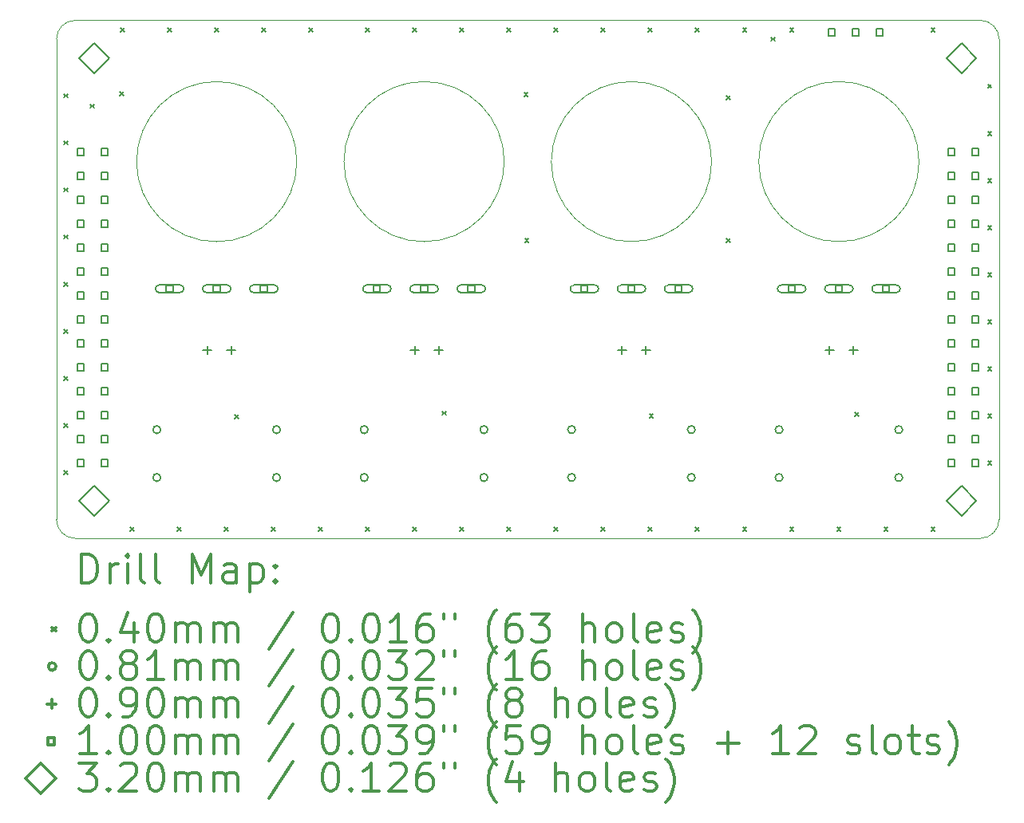
<source format=gbr>
%FSLAX45Y45*%
G04 Gerber Fmt 4.5, Leading zero omitted, Abs format (unit mm)*
G04 Created by KiCad (PCBNEW 4.0.2-stable) date 2017/01/23 23:07:54*
%MOMM*%
G01*
G04 APERTURE LIST*
%ADD10C,0.127000*%
%ADD11C,0.100000*%
%ADD12C,0.200000*%
%ADD13C,0.300000*%
G04 APERTURE END LIST*
D10*
D11*
X17850000Y-6400000D02*
G75*
G03X17850000Y-6400000I-850000J0D01*
G01*
X15650000Y-6400000D02*
G75*
G03X15650000Y-6400000I-850000J0D01*
G01*
X13450000Y-6400000D02*
G75*
G03X13450000Y-6400000I-850000J0D01*
G01*
X11250000Y-6400000D02*
G75*
G03X11250000Y-6400000I-850000J0D01*
G01*
X8700000Y-10200000D02*
G75*
G03X8900000Y-10400000I200000J0D01*
G01*
X18500000Y-10400000D02*
X8900000Y-10400000D01*
X18500000Y-10400000D02*
G75*
G03X18700000Y-10200000I0J200000D01*
G01*
X18700000Y-5100000D02*
G75*
G03X18500000Y-4900000I-200000J0D01*
G01*
X8900000Y-4900000D02*
G75*
G03X8700000Y-5100000I0J-200000D01*
G01*
X18700000Y-5100000D02*
X18700000Y-10200000D01*
X8700000Y-5100000D02*
X8700000Y-10200000D01*
X8900000Y-4900000D02*
X18500000Y-4900000D01*
D12*
X8780000Y-5680000D02*
X8820000Y-5720000D01*
X8820000Y-5680000D02*
X8780000Y-5720000D01*
X8780000Y-6180000D02*
X8820000Y-6220000D01*
X8820000Y-6180000D02*
X8780000Y-6220000D01*
X8780000Y-6680000D02*
X8820000Y-6720000D01*
X8820000Y-6680000D02*
X8780000Y-6720000D01*
X8780000Y-7180000D02*
X8820000Y-7220000D01*
X8820000Y-7180000D02*
X8780000Y-7220000D01*
X8780000Y-7680000D02*
X8820000Y-7720000D01*
X8820000Y-7680000D02*
X8780000Y-7720000D01*
X8780000Y-8180000D02*
X8820000Y-8220000D01*
X8820000Y-8180000D02*
X8780000Y-8220000D01*
X8780000Y-8680000D02*
X8820000Y-8720000D01*
X8820000Y-8680000D02*
X8780000Y-8720000D01*
X8780000Y-9180000D02*
X8820000Y-9220000D01*
X8820000Y-9180000D02*
X8780000Y-9220000D01*
X8780000Y-9680000D02*
X8820000Y-9720000D01*
X8820000Y-9680000D02*
X8780000Y-9720000D01*
X9060000Y-5790000D02*
X9100000Y-5830000D01*
X9100000Y-5790000D02*
X9060000Y-5830000D01*
X9370000Y-5660000D02*
X9410000Y-5700000D01*
X9410000Y-5660000D02*
X9370000Y-5700000D01*
X9380000Y-4980000D02*
X9420000Y-5020000D01*
X9420000Y-4980000D02*
X9380000Y-5020000D01*
X9480000Y-10280000D02*
X9520000Y-10320000D01*
X9520000Y-10280000D02*
X9480000Y-10320000D01*
X9880000Y-4980000D02*
X9920000Y-5020000D01*
X9920000Y-4980000D02*
X9880000Y-5020000D01*
X9980000Y-10280000D02*
X10020000Y-10320000D01*
X10020000Y-10280000D02*
X9980000Y-10320000D01*
X10380000Y-4980000D02*
X10420000Y-5020000D01*
X10420000Y-4980000D02*
X10380000Y-5020000D01*
X10480000Y-10280000D02*
X10520000Y-10320000D01*
X10520000Y-10280000D02*
X10480000Y-10320000D01*
X10590000Y-9090000D02*
X10630000Y-9130000D01*
X10630000Y-9090000D02*
X10590000Y-9130000D01*
X10880000Y-4980000D02*
X10920000Y-5020000D01*
X10920000Y-4980000D02*
X10880000Y-5020000D01*
X10980000Y-10280000D02*
X11020000Y-10320000D01*
X11020000Y-10280000D02*
X10980000Y-10320000D01*
X11380000Y-4980000D02*
X11420000Y-5020000D01*
X11420000Y-4980000D02*
X11380000Y-5020000D01*
X11480000Y-10280000D02*
X11520000Y-10320000D01*
X11520000Y-10280000D02*
X11480000Y-10320000D01*
X11980000Y-4980000D02*
X12020000Y-5020000D01*
X12020000Y-4980000D02*
X11980000Y-5020000D01*
X11980000Y-10280000D02*
X12020000Y-10320000D01*
X12020000Y-10280000D02*
X11980000Y-10320000D01*
X12480000Y-4980000D02*
X12520000Y-5020000D01*
X12520000Y-4980000D02*
X12480000Y-5020000D01*
X12480000Y-10280000D02*
X12520000Y-10320000D01*
X12520000Y-10280000D02*
X12480000Y-10320000D01*
X12790000Y-9050000D02*
X12830000Y-9090000D01*
X12830000Y-9050000D02*
X12790000Y-9090000D01*
X12980000Y-4980000D02*
X13020000Y-5020000D01*
X13020000Y-4980000D02*
X12980000Y-5020000D01*
X12980000Y-10280000D02*
X13020000Y-10320000D01*
X13020000Y-10280000D02*
X12980000Y-10320000D01*
X13480000Y-4980000D02*
X13520000Y-5020000D01*
X13520000Y-4980000D02*
X13480000Y-5020000D01*
X13480000Y-10280000D02*
X13520000Y-10320000D01*
X13520000Y-10280000D02*
X13480000Y-10320000D01*
X13660000Y-5670000D02*
X13700000Y-5710000D01*
X13700000Y-5670000D02*
X13660000Y-5710000D01*
X13670000Y-7220000D02*
X13710000Y-7260000D01*
X13710000Y-7220000D02*
X13670000Y-7260000D01*
X13980000Y-4980000D02*
X14020000Y-5020000D01*
X14020000Y-4980000D02*
X13980000Y-5020000D01*
X13980000Y-10280000D02*
X14020000Y-10320000D01*
X14020000Y-10280000D02*
X13980000Y-10320000D01*
X14480000Y-4980000D02*
X14520000Y-5020000D01*
X14520000Y-4980000D02*
X14480000Y-5020000D01*
X14480000Y-10280000D02*
X14520000Y-10320000D01*
X14520000Y-10280000D02*
X14480000Y-10320000D01*
X14980000Y-4980000D02*
X15020000Y-5020000D01*
X15020000Y-4980000D02*
X14980000Y-5020000D01*
X14980000Y-10280000D02*
X15020000Y-10320000D01*
X15020000Y-10280000D02*
X14980000Y-10320000D01*
X14990000Y-9080000D02*
X15030000Y-9120000D01*
X15030000Y-9080000D02*
X14990000Y-9120000D01*
X15480000Y-4980000D02*
X15520000Y-5020000D01*
X15520000Y-4980000D02*
X15480000Y-5020000D01*
X15480000Y-10280000D02*
X15520000Y-10320000D01*
X15520000Y-10280000D02*
X15480000Y-10320000D01*
X15810000Y-5700000D02*
X15850000Y-5740000D01*
X15850000Y-5700000D02*
X15810000Y-5740000D01*
X15810000Y-7220000D02*
X15850000Y-7260000D01*
X15850000Y-7220000D02*
X15810000Y-7260000D01*
X15980000Y-4980000D02*
X16020000Y-5020000D01*
X16020000Y-4980000D02*
X15980000Y-5020000D01*
X15980000Y-10280000D02*
X16020000Y-10320000D01*
X16020000Y-10280000D02*
X15980000Y-10320000D01*
X16280000Y-5080000D02*
X16320000Y-5120000D01*
X16320000Y-5080000D02*
X16280000Y-5120000D01*
X16480000Y-4980000D02*
X16520000Y-5020000D01*
X16520000Y-4980000D02*
X16480000Y-5020000D01*
X16480000Y-10280000D02*
X16520000Y-10320000D01*
X16520000Y-10280000D02*
X16480000Y-10320000D01*
X16980000Y-10280000D02*
X17020000Y-10320000D01*
X17020000Y-10280000D02*
X16980000Y-10320000D01*
X17170000Y-9060000D02*
X17210000Y-9100000D01*
X17210000Y-9060000D02*
X17170000Y-9100000D01*
X17480000Y-10280000D02*
X17520000Y-10320000D01*
X17520000Y-10280000D02*
X17480000Y-10320000D01*
X17980000Y-4980000D02*
X18020000Y-5020000D01*
X18020000Y-4980000D02*
X17980000Y-5020000D01*
X17980000Y-10280000D02*
X18020000Y-10320000D01*
X18020000Y-10280000D02*
X17980000Y-10320000D01*
X18580000Y-5580000D02*
X18620000Y-5620000D01*
X18620000Y-5580000D02*
X18580000Y-5620000D01*
X18580000Y-6080000D02*
X18620000Y-6120000D01*
X18620000Y-6080000D02*
X18580000Y-6120000D01*
X18580000Y-6580000D02*
X18620000Y-6620000D01*
X18620000Y-6580000D02*
X18580000Y-6620000D01*
X18580000Y-7080000D02*
X18620000Y-7120000D01*
X18620000Y-7080000D02*
X18580000Y-7120000D01*
X18580000Y-7580000D02*
X18620000Y-7620000D01*
X18620000Y-7580000D02*
X18580000Y-7620000D01*
X18580000Y-8080000D02*
X18620000Y-8120000D01*
X18620000Y-8080000D02*
X18580000Y-8120000D01*
X18580000Y-8580000D02*
X18620000Y-8620000D01*
X18620000Y-8580000D02*
X18580000Y-8620000D01*
X18580000Y-9080000D02*
X18620000Y-9120000D01*
X18620000Y-9080000D02*
X18580000Y-9120000D01*
X18580000Y-9580000D02*
X18620000Y-9620000D01*
X18620000Y-9580000D02*
X18580000Y-9620000D01*
X9805640Y-9246000D02*
G75*
G03X9805640Y-9246000I-40640J0D01*
G01*
X9805640Y-9754000D02*
G75*
G03X9805640Y-9754000I-40640J0D01*
G01*
X11075640Y-9246000D02*
G75*
G03X11075640Y-9246000I-40640J0D01*
G01*
X11075640Y-9754000D02*
G75*
G03X11075640Y-9754000I-40640J0D01*
G01*
X12005640Y-9246000D02*
G75*
G03X12005640Y-9246000I-40640J0D01*
G01*
X12005640Y-9754000D02*
G75*
G03X12005640Y-9754000I-40640J0D01*
G01*
X13275640Y-9246000D02*
G75*
G03X13275640Y-9246000I-40640J0D01*
G01*
X13275640Y-9754000D02*
G75*
G03X13275640Y-9754000I-40640J0D01*
G01*
X14205640Y-9246000D02*
G75*
G03X14205640Y-9246000I-40640J0D01*
G01*
X14205640Y-9754000D02*
G75*
G03X14205640Y-9754000I-40640J0D01*
G01*
X15475640Y-9246000D02*
G75*
G03X15475640Y-9246000I-40640J0D01*
G01*
X15475640Y-9754000D02*
G75*
G03X15475640Y-9754000I-40640J0D01*
G01*
X16405640Y-9246000D02*
G75*
G03X16405640Y-9246000I-40640J0D01*
G01*
X16405640Y-9754000D02*
G75*
G03X16405640Y-9754000I-40640J0D01*
G01*
X17675640Y-9246000D02*
G75*
G03X17675640Y-9246000I-40640J0D01*
G01*
X17675640Y-9754000D02*
G75*
G03X17675640Y-9754000I-40640J0D01*
G01*
X10300000Y-8355000D02*
X10300000Y-8445000D01*
X10255000Y-8400000D02*
X10345000Y-8400000D01*
X10554000Y-8355000D02*
X10554000Y-8445000D01*
X10509000Y-8400000D02*
X10599000Y-8400000D01*
X12500000Y-8355000D02*
X12500000Y-8445000D01*
X12455000Y-8400000D02*
X12545000Y-8400000D01*
X12754000Y-8355000D02*
X12754000Y-8445000D01*
X12709000Y-8400000D02*
X12799000Y-8400000D01*
X14700000Y-8355000D02*
X14700000Y-8445000D01*
X14655000Y-8400000D02*
X14745000Y-8400000D01*
X14954000Y-8355000D02*
X14954000Y-8445000D01*
X14909000Y-8400000D02*
X14999000Y-8400000D01*
X16900000Y-8355000D02*
X16900000Y-8445000D01*
X16855000Y-8400000D02*
X16945000Y-8400000D01*
X17154000Y-8355000D02*
X17154000Y-8445000D01*
X17109000Y-8400000D02*
X17199000Y-8400000D01*
X8989356Y-6332356D02*
X8989356Y-6261644D01*
X8918644Y-6261644D01*
X8918644Y-6332356D01*
X8989356Y-6332356D01*
X8989356Y-6586356D02*
X8989356Y-6515644D01*
X8918644Y-6515644D01*
X8918644Y-6586356D01*
X8989356Y-6586356D01*
X8989356Y-6840356D02*
X8989356Y-6769644D01*
X8918644Y-6769644D01*
X8918644Y-6840356D01*
X8989356Y-6840356D01*
X8989356Y-7094356D02*
X8989356Y-7023644D01*
X8918644Y-7023644D01*
X8918644Y-7094356D01*
X8989356Y-7094356D01*
X8989356Y-7348356D02*
X8989356Y-7277644D01*
X8918644Y-7277644D01*
X8918644Y-7348356D01*
X8989356Y-7348356D01*
X8989356Y-7602356D02*
X8989356Y-7531644D01*
X8918644Y-7531644D01*
X8918644Y-7602356D01*
X8989356Y-7602356D01*
X8989356Y-7856356D02*
X8989356Y-7785644D01*
X8918644Y-7785644D01*
X8918644Y-7856356D01*
X8989356Y-7856356D01*
X8989356Y-8110356D02*
X8989356Y-8039644D01*
X8918644Y-8039644D01*
X8918644Y-8110356D01*
X8989356Y-8110356D01*
X8989356Y-8364356D02*
X8989356Y-8293644D01*
X8918644Y-8293644D01*
X8918644Y-8364356D01*
X8989356Y-8364356D01*
X8989356Y-8618356D02*
X8989356Y-8547644D01*
X8918644Y-8547644D01*
X8918644Y-8618356D01*
X8989356Y-8618356D01*
X8989356Y-8872356D02*
X8989356Y-8801644D01*
X8918644Y-8801644D01*
X8918644Y-8872356D01*
X8989356Y-8872356D01*
X8989356Y-9126356D02*
X8989356Y-9055644D01*
X8918644Y-9055644D01*
X8918644Y-9126356D01*
X8989356Y-9126356D01*
X8989356Y-9380356D02*
X8989356Y-9309644D01*
X8918644Y-9309644D01*
X8918644Y-9380356D01*
X8989356Y-9380356D01*
X8989356Y-9634356D02*
X8989356Y-9563644D01*
X8918644Y-9563644D01*
X8918644Y-9634356D01*
X8989356Y-9634356D01*
X9243356Y-6332356D02*
X9243356Y-6261644D01*
X9172644Y-6261644D01*
X9172644Y-6332356D01*
X9243356Y-6332356D01*
X9243356Y-6586356D02*
X9243356Y-6515644D01*
X9172644Y-6515644D01*
X9172644Y-6586356D01*
X9243356Y-6586356D01*
X9243356Y-6840356D02*
X9243356Y-6769644D01*
X9172644Y-6769644D01*
X9172644Y-6840356D01*
X9243356Y-6840356D01*
X9243356Y-7094356D02*
X9243356Y-7023644D01*
X9172644Y-7023644D01*
X9172644Y-7094356D01*
X9243356Y-7094356D01*
X9243356Y-7348356D02*
X9243356Y-7277644D01*
X9172644Y-7277644D01*
X9172644Y-7348356D01*
X9243356Y-7348356D01*
X9243356Y-7602356D02*
X9243356Y-7531644D01*
X9172644Y-7531644D01*
X9172644Y-7602356D01*
X9243356Y-7602356D01*
X9243356Y-7856356D02*
X9243356Y-7785644D01*
X9172644Y-7785644D01*
X9172644Y-7856356D01*
X9243356Y-7856356D01*
X9243356Y-8110356D02*
X9243356Y-8039644D01*
X9172644Y-8039644D01*
X9172644Y-8110356D01*
X9243356Y-8110356D01*
X9243356Y-8364356D02*
X9243356Y-8293644D01*
X9172644Y-8293644D01*
X9172644Y-8364356D01*
X9243356Y-8364356D01*
X9243356Y-8618356D02*
X9243356Y-8547644D01*
X9172644Y-8547644D01*
X9172644Y-8618356D01*
X9243356Y-8618356D01*
X9243356Y-8872356D02*
X9243356Y-8801644D01*
X9172644Y-8801644D01*
X9172644Y-8872356D01*
X9243356Y-8872356D01*
X9243356Y-9126356D02*
X9243356Y-9055644D01*
X9172644Y-9055644D01*
X9172644Y-9126356D01*
X9243356Y-9126356D01*
X9243356Y-9380356D02*
X9243356Y-9309644D01*
X9172644Y-9309644D01*
X9172644Y-9380356D01*
X9243356Y-9380356D01*
X9243356Y-9634356D02*
X9243356Y-9563644D01*
X9172644Y-9563644D01*
X9172644Y-9634356D01*
X9243356Y-9634356D01*
X9935356Y-7785356D02*
X9935356Y-7714644D01*
X9864644Y-7714644D01*
X9864644Y-7785356D01*
X9935356Y-7785356D01*
X9790000Y-7790000D02*
X10010000Y-7790000D01*
X9790000Y-7710000D02*
X10010000Y-7710000D01*
X10010000Y-7790000D02*
G75*
G03X10010000Y-7710000I0J40000D01*
G01*
X9790000Y-7710000D02*
G75*
G03X9790000Y-7790000I0J-40000D01*
G01*
X10435356Y-7785356D02*
X10435356Y-7714644D01*
X10364644Y-7714644D01*
X10364644Y-7785356D01*
X10435356Y-7785356D01*
X10290000Y-7790000D02*
X10510000Y-7790000D01*
X10290000Y-7710000D02*
X10510000Y-7710000D01*
X10510000Y-7790000D02*
G75*
G03X10510000Y-7710000I0J40000D01*
G01*
X10290000Y-7710000D02*
G75*
G03X10290000Y-7790000I0J-40000D01*
G01*
X10935356Y-7785356D02*
X10935356Y-7714644D01*
X10864644Y-7714644D01*
X10864644Y-7785356D01*
X10935356Y-7785356D01*
X10790000Y-7790000D02*
X11010000Y-7790000D01*
X10790000Y-7710000D02*
X11010000Y-7710000D01*
X11010000Y-7790000D02*
G75*
G03X11010000Y-7710000I0J40000D01*
G01*
X10790000Y-7710000D02*
G75*
G03X10790000Y-7790000I0J-40000D01*
G01*
X12135356Y-7785356D02*
X12135356Y-7714644D01*
X12064644Y-7714644D01*
X12064644Y-7785356D01*
X12135356Y-7785356D01*
X11990000Y-7790000D02*
X12210000Y-7790000D01*
X11990000Y-7710000D02*
X12210000Y-7710000D01*
X12210000Y-7790000D02*
G75*
G03X12210000Y-7710000I0J40000D01*
G01*
X11990000Y-7710000D02*
G75*
G03X11990000Y-7790000I0J-40000D01*
G01*
X12635356Y-7785356D02*
X12635356Y-7714644D01*
X12564644Y-7714644D01*
X12564644Y-7785356D01*
X12635356Y-7785356D01*
X12490000Y-7790000D02*
X12710000Y-7790000D01*
X12490000Y-7710000D02*
X12710000Y-7710000D01*
X12710000Y-7790000D02*
G75*
G03X12710000Y-7710000I0J40000D01*
G01*
X12490000Y-7710000D02*
G75*
G03X12490000Y-7790000I0J-40000D01*
G01*
X13135356Y-7785356D02*
X13135356Y-7714644D01*
X13064644Y-7714644D01*
X13064644Y-7785356D01*
X13135356Y-7785356D01*
X12990000Y-7790000D02*
X13210000Y-7790000D01*
X12990000Y-7710000D02*
X13210000Y-7710000D01*
X13210000Y-7790000D02*
G75*
G03X13210000Y-7710000I0J40000D01*
G01*
X12990000Y-7710000D02*
G75*
G03X12990000Y-7790000I0J-40000D01*
G01*
X14335356Y-7785356D02*
X14335356Y-7714644D01*
X14264644Y-7714644D01*
X14264644Y-7785356D01*
X14335356Y-7785356D01*
X14190000Y-7790000D02*
X14410000Y-7790000D01*
X14190000Y-7710000D02*
X14410000Y-7710000D01*
X14410000Y-7790000D02*
G75*
G03X14410000Y-7710000I0J40000D01*
G01*
X14190000Y-7710000D02*
G75*
G03X14190000Y-7790000I0J-40000D01*
G01*
X14835356Y-7785356D02*
X14835356Y-7714644D01*
X14764644Y-7714644D01*
X14764644Y-7785356D01*
X14835356Y-7785356D01*
X14690000Y-7790000D02*
X14910000Y-7790000D01*
X14690000Y-7710000D02*
X14910000Y-7710000D01*
X14910000Y-7790000D02*
G75*
G03X14910000Y-7710000I0J40000D01*
G01*
X14690000Y-7710000D02*
G75*
G03X14690000Y-7790000I0J-40000D01*
G01*
X15335356Y-7785356D02*
X15335356Y-7714644D01*
X15264644Y-7714644D01*
X15264644Y-7785356D01*
X15335356Y-7785356D01*
X15190000Y-7790000D02*
X15410000Y-7790000D01*
X15190000Y-7710000D02*
X15410000Y-7710000D01*
X15410000Y-7790000D02*
G75*
G03X15410000Y-7710000I0J40000D01*
G01*
X15190000Y-7710000D02*
G75*
G03X15190000Y-7790000I0J-40000D01*
G01*
X16535356Y-7785356D02*
X16535356Y-7714644D01*
X16464644Y-7714644D01*
X16464644Y-7785356D01*
X16535356Y-7785356D01*
X16390000Y-7790000D02*
X16610000Y-7790000D01*
X16390000Y-7710000D02*
X16610000Y-7710000D01*
X16610000Y-7790000D02*
G75*
G03X16610000Y-7710000I0J40000D01*
G01*
X16390000Y-7710000D02*
G75*
G03X16390000Y-7790000I0J-40000D01*
G01*
X16957356Y-5062356D02*
X16957356Y-4991644D01*
X16886644Y-4991644D01*
X16886644Y-5062356D01*
X16957356Y-5062356D01*
X17035356Y-7785356D02*
X17035356Y-7714644D01*
X16964644Y-7714644D01*
X16964644Y-7785356D01*
X17035356Y-7785356D01*
X16890000Y-7790000D02*
X17110000Y-7790000D01*
X16890000Y-7710000D02*
X17110000Y-7710000D01*
X17110000Y-7790000D02*
G75*
G03X17110000Y-7710000I0J40000D01*
G01*
X16890000Y-7710000D02*
G75*
G03X16890000Y-7790000I0J-40000D01*
G01*
X17211356Y-5062356D02*
X17211356Y-4991644D01*
X17140644Y-4991644D01*
X17140644Y-5062356D01*
X17211356Y-5062356D01*
X17465356Y-5062356D02*
X17465356Y-4991644D01*
X17394644Y-4991644D01*
X17394644Y-5062356D01*
X17465356Y-5062356D01*
X17535356Y-7785356D02*
X17535356Y-7714644D01*
X17464644Y-7714644D01*
X17464644Y-7785356D01*
X17535356Y-7785356D01*
X17390000Y-7790000D02*
X17610000Y-7790000D01*
X17390000Y-7710000D02*
X17610000Y-7710000D01*
X17610000Y-7790000D02*
G75*
G03X17610000Y-7710000I0J40000D01*
G01*
X17390000Y-7710000D02*
G75*
G03X17390000Y-7790000I0J-40000D01*
G01*
X18227356Y-6332356D02*
X18227356Y-6261644D01*
X18156644Y-6261644D01*
X18156644Y-6332356D01*
X18227356Y-6332356D01*
X18227356Y-6586356D02*
X18227356Y-6515644D01*
X18156644Y-6515644D01*
X18156644Y-6586356D01*
X18227356Y-6586356D01*
X18227356Y-6840356D02*
X18227356Y-6769644D01*
X18156644Y-6769644D01*
X18156644Y-6840356D01*
X18227356Y-6840356D01*
X18227356Y-7094356D02*
X18227356Y-7023644D01*
X18156644Y-7023644D01*
X18156644Y-7094356D01*
X18227356Y-7094356D01*
X18227356Y-7348356D02*
X18227356Y-7277644D01*
X18156644Y-7277644D01*
X18156644Y-7348356D01*
X18227356Y-7348356D01*
X18227356Y-7602356D02*
X18227356Y-7531644D01*
X18156644Y-7531644D01*
X18156644Y-7602356D01*
X18227356Y-7602356D01*
X18227356Y-7856356D02*
X18227356Y-7785644D01*
X18156644Y-7785644D01*
X18156644Y-7856356D01*
X18227356Y-7856356D01*
X18227356Y-8110356D02*
X18227356Y-8039644D01*
X18156644Y-8039644D01*
X18156644Y-8110356D01*
X18227356Y-8110356D01*
X18227356Y-8364356D02*
X18227356Y-8293644D01*
X18156644Y-8293644D01*
X18156644Y-8364356D01*
X18227356Y-8364356D01*
X18227356Y-8618356D02*
X18227356Y-8547644D01*
X18156644Y-8547644D01*
X18156644Y-8618356D01*
X18227356Y-8618356D01*
X18227356Y-8872356D02*
X18227356Y-8801644D01*
X18156644Y-8801644D01*
X18156644Y-8872356D01*
X18227356Y-8872356D01*
X18227356Y-9126356D02*
X18227356Y-9055644D01*
X18156644Y-9055644D01*
X18156644Y-9126356D01*
X18227356Y-9126356D01*
X18227356Y-9380356D02*
X18227356Y-9309644D01*
X18156644Y-9309644D01*
X18156644Y-9380356D01*
X18227356Y-9380356D01*
X18227356Y-9634356D02*
X18227356Y-9563644D01*
X18156644Y-9563644D01*
X18156644Y-9634356D01*
X18227356Y-9634356D01*
X18481356Y-6332356D02*
X18481356Y-6261644D01*
X18410644Y-6261644D01*
X18410644Y-6332356D01*
X18481356Y-6332356D01*
X18481356Y-6586356D02*
X18481356Y-6515644D01*
X18410644Y-6515644D01*
X18410644Y-6586356D01*
X18481356Y-6586356D01*
X18481356Y-6840356D02*
X18481356Y-6769644D01*
X18410644Y-6769644D01*
X18410644Y-6840356D01*
X18481356Y-6840356D01*
X18481356Y-7094356D02*
X18481356Y-7023644D01*
X18410644Y-7023644D01*
X18410644Y-7094356D01*
X18481356Y-7094356D01*
X18481356Y-7348356D02*
X18481356Y-7277644D01*
X18410644Y-7277644D01*
X18410644Y-7348356D01*
X18481356Y-7348356D01*
X18481356Y-7602356D02*
X18481356Y-7531644D01*
X18410644Y-7531644D01*
X18410644Y-7602356D01*
X18481356Y-7602356D01*
X18481356Y-7856356D02*
X18481356Y-7785644D01*
X18410644Y-7785644D01*
X18410644Y-7856356D01*
X18481356Y-7856356D01*
X18481356Y-8110356D02*
X18481356Y-8039644D01*
X18410644Y-8039644D01*
X18410644Y-8110356D01*
X18481356Y-8110356D01*
X18481356Y-8364356D02*
X18481356Y-8293644D01*
X18410644Y-8293644D01*
X18410644Y-8364356D01*
X18481356Y-8364356D01*
X18481356Y-8618356D02*
X18481356Y-8547644D01*
X18410644Y-8547644D01*
X18410644Y-8618356D01*
X18481356Y-8618356D01*
X18481356Y-8872356D02*
X18481356Y-8801644D01*
X18410644Y-8801644D01*
X18410644Y-8872356D01*
X18481356Y-8872356D01*
X18481356Y-9126356D02*
X18481356Y-9055644D01*
X18410644Y-9055644D01*
X18410644Y-9126356D01*
X18481356Y-9126356D01*
X18481356Y-9380356D02*
X18481356Y-9309644D01*
X18410644Y-9309644D01*
X18410644Y-9380356D01*
X18481356Y-9380356D01*
X18481356Y-9634356D02*
X18481356Y-9563644D01*
X18410644Y-9563644D01*
X18410644Y-9634356D01*
X18481356Y-9634356D01*
X9100000Y-5460000D02*
X9260000Y-5300000D01*
X9100000Y-5140000D01*
X8940000Y-5300000D01*
X9100000Y-5460000D01*
X9100000Y-10160000D02*
X9260000Y-10000000D01*
X9100000Y-9840000D01*
X8940000Y-10000000D01*
X9100000Y-10160000D01*
X18300000Y-5460000D02*
X18460000Y-5300000D01*
X18300000Y-5140000D01*
X18140000Y-5300000D01*
X18300000Y-5460000D01*
X18300000Y-10160000D02*
X18460000Y-10000000D01*
X18300000Y-9840000D01*
X18140000Y-10000000D01*
X18300000Y-10160000D01*
D13*
X8966429Y-10870714D02*
X8966429Y-10570714D01*
X9037857Y-10570714D01*
X9080714Y-10585000D01*
X9109286Y-10613572D01*
X9123571Y-10642143D01*
X9137857Y-10699286D01*
X9137857Y-10742143D01*
X9123571Y-10799286D01*
X9109286Y-10827857D01*
X9080714Y-10856429D01*
X9037857Y-10870714D01*
X8966429Y-10870714D01*
X9266429Y-10870714D02*
X9266429Y-10670714D01*
X9266429Y-10727857D02*
X9280714Y-10699286D01*
X9295000Y-10685000D01*
X9323571Y-10670714D01*
X9352143Y-10670714D01*
X9452143Y-10870714D02*
X9452143Y-10670714D01*
X9452143Y-10570714D02*
X9437857Y-10585000D01*
X9452143Y-10599286D01*
X9466429Y-10585000D01*
X9452143Y-10570714D01*
X9452143Y-10599286D01*
X9637857Y-10870714D02*
X9609286Y-10856429D01*
X9595000Y-10827857D01*
X9595000Y-10570714D01*
X9795000Y-10870714D02*
X9766429Y-10856429D01*
X9752143Y-10827857D01*
X9752143Y-10570714D01*
X10137857Y-10870714D02*
X10137857Y-10570714D01*
X10237857Y-10785000D01*
X10337857Y-10570714D01*
X10337857Y-10870714D01*
X10609286Y-10870714D02*
X10609286Y-10713572D01*
X10595000Y-10685000D01*
X10566429Y-10670714D01*
X10509286Y-10670714D01*
X10480714Y-10685000D01*
X10609286Y-10856429D02*
X10580714Y-10870714D01*
X10509286Y-10870714D01*
X10480714Y-10856429D01*
X10466429Y-10827857D01*
X10466429Y-10799286D01*
X10480714Y-10770714D01*
X10509286Y-10756429D01*
X10580714Y-10756429D01*
X10609286Y-10742143D01*
X10752143Y-10670714D02*
X10752143Y-10970714D01*
X10752143Y-10685000D02*
X10780714Y-10670714D01*
X10837857Y-10670714D01*
X10866429Y-10685000D01*
X10880714Y-10699286D01*
X10895000Y-10727857D01*
X10895000Y-10813572D01*
X10880714Y-10842143D01*
X10866429Y-10856429D01*
X10837857Y-10870714D01*
X10780714Y-10870714D01*
X10752143Y-10856429D01*
X11023571Y-10842143D02*
X11037857Y-10856429D01*
X11023571Y-10870714D01*
X11009286Y-10856429D01*
X11023571Y-10842143D01*
X11023571Y-10870714D01*
X11023571Y-10685000D02*
X11037857Y-10699286D01*
X11023571Y-10713572D01*
X11009286Y-10699286D01*
X11023571Y-10685000D01*
X11023571Y-10713572D01*
X8655000Y-11345000D02*
X8695000Y-11385000D01*
X8695000Y-11345000D02*
X8655000Y-11385000D01*
X9023571Y-11200714D02*
X9052143Y-11200714D01*
X9080714Y-11215000D01*
X9095000Y-11229286D01*
X9109286Y-11257857D01*
X9123571Y-11315000D01*
X9123571Y-11386429D01*
X9109286Y-11443571D01*
X9095000Y-11472143D01*
X9080714Y-11486429D01*
X9052143Y-11500714D01*
X9023571Y-11500714D01*
X8995000Y-11486429D01*
X8980714Y-11472143D01*
X8966429Y-11443571D01*
X8952143Y-11386429D01*
X8952143Y-11315000D01*
X8966429Y-11257857D01*
X8980714Y-11229286D01*
X8995000Y-11215000D01*
X9023571Y-11200714D01*
X9252143Y-11472143D02*
X9266429Y-11486429D01*
X9252143Y-11500714D01*
X9237857Y-11486429D01*
X9252143Y-11472143D01*
X9252143Y-11500714D01*
X9523571Y-11300714D02*
X9523571Y-11500714D01*
X9452143Y-11186429D02*
X9380714Y-11400714D01*
X9566428Y-11400714D01*
X9737857Y-11200714D02*
X9766429Y-11200714D01*
X9795000Y-11215000D01*
X9809286Y-11229286D01*
X9823571Y-11257857D01*
X9837857Y-11315000D01*
X9837857Y-11386429D01*
X9823571Y-11443571D01*
X9809286Y-11472143D01*
X9795000Y-11486429D01*
X9766429Y-11500714D01*
X9737857Y-11500714D01*
X9709286Y-11486429D01*
X9695000Y-11472143D01*
X9680714Y-11443571D01*
X9666429Y-11386429D01*
X9666429Y-11315000D01*
X9680714Y-11257857D01*
X9695000Y-11229286D01*
X9709286Y-11215000D01*
X9737857Y-11200714D01*
X9966429Y-11500714D02*
X9966429Y-11300714D01*
X9966429Y-11329286D02*
X9980714Y-11315000D01*
X10009286Y-11300714D01*
X10052143Y-11300714D01*
X10080714Y-11315000D01*
X10095000Y-11343571D01*
X10095000Y-11500714D01*
X10095000Y-11343571D02*
X10109286Y-11315000D01*
X10137857Y-11300714D01*
X10180714Y-11300714D01*
X10209286Y-11315000D01*
X10223571Y-11343571D01*
X10223571Y-11500714D01*
X10366429Y-11500714D02*
X10366429Y-11300714D01*
X10366429Y-11329286D02*
X10380714Y-11315000D01*
X10409286Y-11300714D01*
X10452143Y-11300714D01*
X10480714Y-11315000D01*
X10495000Y-11343571D01*
X10495000Y-11500714D01*
X10495000Y-11343571D02*
X10509286Y-11315000D01*
X10537857Y-11300714D01*
X10580714Y-11300714D01*
X10609286Y-11315000D01*
X10623571Y-11343571D01*
X10623571Y-11500714D01*
X11209286Y-11186429D02*
X10952143Y-11572143D01*
X11595000Y-11200714D02*
X11623571Y-11200714D01*
X11652143Y-11215000D01*
X11666428Y-11229286D01*
X11680714Y-11257857D01*
X11695000Y-11315000D01*
X11695000Y-11386429D01*
X11680714Y-11443571D01*
X11666428Y-11472143D01*
X11652143Y-11486429D01*
X11623571Y-11500714D01*
X11595000Y-11500714D01*
X11566428Y-11486429D01*
X11552143Y-11472143D01*
X11537857Y-11443571D01*
X11523571Y-11386429D01*
X11523571Y-11315000D01*
X11537857Y-11257857D01*
X11552143Y-11229286D01*
X11566428Y-11215000D01*
X11595000Y-11200714D01*
X11823571Y-11472143D02*
X11837857Y-11486429D01*
X11823571Y-11500714D01*
X11809286Y-11486429D01*
X11823571Y-11472143D01*
X11823571Y-11500714D01*
X12023571Y-11200714D02*
X12052143Y-11200714D01*
X12080714Y-11215000D01*
X12095000Y-11229286D01*
X12109285Y-11257857D01*
X12123571Y-11315000D01*
X12123571Y-11386429D01*
X12109285Y-11443571D01*
X12095000Y-11472143D01*
X12080714Y-11486429D01*
X12052143Y-11500714D01*
X12023571Y-11500714D01*
X11995000Y-11486429D01*
X11980714Y-11472143D01*
X11966428Y-11443571D01*
X11952143Y-11386429D01*
X11952143Y-11315000D01*
X11966428Y-11257857D01*
X11980714Y-11229286D01*
X11995000Y-11215000D01*
X12023571Y-11200714D01*
X12409285Y-11500714D02*
X12237857Y-11500714D01*
X12323571Y-11500714D02*
X12323571Y-11200714D01*
X12295000Y-11243571D01*
X12266428Y-11272143D01*
X12237857Y-11286429D01*
X12666428Y-11200714D02*
X12609285Y-11200714D01*
X12580714Y-11215000D01*
X12566428Y-11229286D01*
X12537857Y-11272143D01*
X12523571Y-11329286D01*
X12523571Y-11443571D01*
X12537857Y-11472143D01*
X12552143Y-11486429D01*
X12580714Y-11500714D01*
X12637857Y-11500714D01*
X12666428Y-11486429D01*
X12680714Y-11472143D01*
X12695000Y-11443571D01*
X12695000Y-11372143D01*
X12680714Y-11343571D01*
X12666428Y-11329286D01*
X12637857Y-11315000D01*
X12580714Y-11315000D01*
X12552143Y-11329286D01*
X12537857Y-11343571D01*
X12523571Y-11372143D01*
X12809286Y-11200714D02*
X12809286Y-11257857D01*
X12923571Y-11200714D02*
X12923571Y-11257857D01*
X13366428Y-11615000D02*
X13352143Y-11600714D01*
X13323571Y-11557857D01*
X13309285Y-11529286D01*
X13295000Y-11486429D01*
X13280714Y-11415000D01*
X13280714Y-11357857D01*
X13295000Y-11286429D01*
X13309285Y-11243571D01*
X13323571Y-11215000D01*
X13352143Y-11172143D01*
X13366428Y-11157857D01*
X13609285Y-11200714D02*
X13552143Y-11200714D01*
X13523571Y-11215000D01*
X13509285Y-11229286D01*
X13480714Y-11272143D01*
X13466428Y-11329286D01*
X13466428Y-11443571D01*
X13480714Y-11472143D01*
X13495000Y-11486429D01*
X13523571Y-11500714D01*
X13580714Y-11500714D01*
X13609285Y-11486429D01*
X13623571Y-11472143D01*
X13637857Y-11443571D01*
X13637857Y-11372143D01*
X13623571Y-11343571D01*
X13609285Y-11329286D01*
X13580714Y-11315000D01*
X13523571Y-11315000D01*
X13495000Y-11329286D01*
X13480714Y-11343571D01*
X13466428Y-11372143D01*
X13737857Y-11200714D02*
X13923571Y-11200714D01*
X13823571Y-11315000D01*
X13866428Y-11315000D01*
X13895000Y-11329286D01*
X13909285Y-11343571D01*
X13923571Y-11372143D01*
X13923571Y-11443571D01*
X13909285Y-11472143D01*
X13895000Y-11486429D01*
X13866428Y-11500714D01*
X13780714Y-11500714D01*
X13752143Y-11486429D01*
X13737857Y-11472143D01*
X14280714Y-11500714D02*
X14280714Y-11200714D01*
X14409285Y-11500714D02*
X14409285Y-11343571D01*
X14395000Y-11315000D01*
X14366428Y-11300714D01*
X14323571Y-11300714D01*
X14295000Y-11315000D01*
X14280714Y-11329286D01*
X14595000Y-11500714D02*
X14566428Y-11486429D01*
X14552143Y-11472143D01*
X14537857Y-11443571D01*
X14537857Y-11357857D01*
X14552143Y-11329286D01*
X14566428Y-11315000D01*
X14595000Y-11300714D01*
X14637857Y-11300714D01*
X14666428Y-11315000D01*
X14680714Y-11329286D01*
X14695000Y-11357857D01*
X14695000Y-11443571D01*
X14680714Y-11472143D01*
X14666428Y-11486429D01*
X14637857Y-11500714D01*
X14595000Y-11500714D01*
X14866428Y-11500714D02*
X14837857Y-11486429D01*
X14823571Y-11457857D01*
X14823571Y-11200714D01*
X15095000Y-11486429D02*
X15066428Y-11500714D01*
X15009286Y-11500714D01*
X14980714Y-11486429D01*
X14966428Y-11457857D01*
X14966428Y-11343571D01*
X14980714Y-11315000D01*
X15009286Y-11300714D01*
X15066428Y-11300714D01*
X15095000Y-11315000D01*
X15109286Y-11343571D01*
X15109286Y-11372143D01*
X14966428Y-11400714D01*
X15223571Y-11486429D02*
X15252143Y-11500714D01*
X15309286Y-11500714D01*
X15337857Y-11486429D01*
X15352143Y-11457857D01*
X15352143Y-11443571D01*
X15337857Y-11415000D01*
X15309286Y-11400714D01*
X15266428Y-11400714D01*
X15237857Y-11386429D01*
X15223571Y-11357857D01*
X15223571Y-11343571D01*
X15237857Y-11315000D01*
X15266428Y-11300714D01*
X15309286Y-11300714D01*
X15337857Y-11315000D01*
X15452143Y-11615000D02*
X15466428Y-11600714D01*
X15495000Y-11557857D01*
X15509286Y-11529286D01*
X15523571Y-11486429D01*
X15537857Y-11415000D01*
X15537857Y-11357857D01*
X15523571Y-11286429D01*
X15509286Y-11243571D01*
X15495000Y-11215000D01*
X15466428Y-11172143D01*
X15452143Y-11157857D01*
X8695000Y-11761000D02*
G75*
G03X8695000Y-11761000I-40640J0D01*
G01*
X9023571Y-11596714D02*
X9052143Y-11596714D01*
X9080714Y-11611000D01*
X9095000Y-11625286D01*
X9109286Y-11653857D01*
X9123571Y-11711000D01*
X9123571Y-11782429D01*
X9109286Y-11839571D01*
X9095000Y-11868143D01*
X9080714Y-11882429D01*
X9052143Y-11896714D01*
X9023571Y-11896714D01*
X8995000Y-11882429D01*
X8980714Y-11868143D01*
X8966429Y-11839571D01*
X8952143Y-11782429D01*
X8952143Y-11711000D01*
X8966429Y-11653857D01*
X8980714Y-11625286D01*
X8995000Y-11611000D01*
X9023571Y-11596714D01*
X9252143Y-11868143D02*
X9266429Y-11882429D01*
X9252143Y-11896714D01*
X9237857Y-11882429D01*
X9252143Y-11868143D01*
X9252143Y-11896714D01*
X9437857Y-11725286D02*
X9409286Y-11711000D01*
X9395000Y-11696714D01*
X9380714Y-11668143D01*
X9380714Y-11653857D01*
X9395000Y-11625286D01*
X9409286Y-11611000D01*
X9437857Y-11596714D01*
X9495000Y-11596714D01*
X9523571Y-11611000D01*
X9537857Y-11625286D01*
X9552143Y-11653857D01*
X9552143Y-11668143D01*
X9537857Y-11696714D01*
X9523571Y-11711000D01*
X9495000Y-11725286D01*
X9437857Y-11725286D01*
X9409286Y-11739571D01*
X9395000Y-11753857D01*
X9380714Y-11782429D01*
X9380714Y-11839571D01*
X9395000Y-11868143D01*
X9409286Y-11882429D01*
X9437857Y-11896714D01*
X9495000Y-11896714D01*
X9523571Y-11882429D01*
X9537857Y-11868143D01*
X9552143Y-11839571D01*
X9552143Y-11782429D01*
X9537857Y-11753857D01*
X9523571Y-11739571D01*
X9495000Y-11725286D01*
X9837857Y-11896714D02*
X9666429Y-11896714D01*
X9752143Y-11896714D02*
X9752143Y-11596714D01*
X9723571Y-11639571D01*
X9695000Y-11668143D01*
X9666429Y-11682429D01*
X9966429Y-11896714D02*
X9966429Y-11696714D01*
X9966429Y-11725286D02*
X9980714Y-11711000D01*
X10009286Y-11696714D01*
X10052143Y-11696714D01*
X10080714Y-11711000D01*
X10095000Y-11739571D01*
X10095000Y-11896714D01*
X10095000Y-11739571D02*
X10109286Y-11711000D01*
X10137857Y-11696714D01*
X10180714Y-11696714D01*
X10209286Y-11711000D01*
X10223571Y-11739571D01*
X10223571Y-11896714D01*
X10366429Y-11896714D02*
X10366429Y-11696714D01*
X10366429Y-11725286D02*
X10380714Y-11711000D01*
X10409286Y-11696714D01*
X10452143Y-11696714D01*
X10480714Y-11711000D01*
X10495000Y-11739571D01*
X10495000Y-11896714D01*
X10495000Y-11739571D02*
X10509286Y-11711000D01*
X10537857Y-11696714D01*
X10580714Y-11696714D01*
X10609286Y-11711000D01*
X10623571Y-11739571D01*
X10623571Y-11896714D01*
X11209286Y-11582429D02*
X10952143Y-11968143D01*
X11595000Y-11596714D02*
X11623571Y-11596714D01*
X11652143Y-11611000D01*
X11666428Y-11625286D01*
X11680714Y-11653857D01*
X11695000Y-11711000D01*
X11695000Y-11782429D01*
X11680714Y-11839571D01*
X11666428Y-11868143D01*
X11652143Y-11882429D01*
X11623571Y-11896714D01*
X11595000Y-11896714D01*
X11566428Y-11882429D01*
X11552143Y-11868143D01*
X11537857Y-11839571D01*
X11523571Y-11782429D01*
X11523571Y-11711000D01*
X11537857Y-11653857D01*
X11552143Y-11625286D01*
X11566428Y-11611000D01*
X11595000Y-11596714D01*
X11823571Y-11868143D02*
X11837857Y-11882429D01*
X11823571Y-11896714D01*
X11809286Y-11882429D01*
X11823571Y-11868143D01*
X11823571Y-11896714D01*
X12023571Y-11596714D02*
X12052143Y-11596714D01*
X12080714Y-11611000D01*
X12095000Y-11625286D01*
X12109285Y-11653857D01*
X12123571Y-11711000D01*
X12123571Y-11782429D01*
X12109285Y-11839571D01*
X12095000Y-11868143D01*
X12080714Y-11882429D01*
X12052143Y-11896714D01*
X12023571Y-11896714D01*
X11995000Y-11882429D01*
X11980714Y-11868143D01*
X11966428Y-11839571D01*
X11952143Y-11782429D01*
X11952143Y-11711000D01*
X11966428Y-11653857D01*
X11980714Y-11625286D01*
X11995000Y-11611000D01*
X12023571Y-11596714D01*
X12223571Y-11596714D02*
X12409285Y-11596714D01*
X12309285Y-11711000D01*
X12352143Y-11711000D01*
X12380714Y-11725286D01*
X12395000Y-11739571D01*
X12409285Y-11768143D01*
X12409285Y-11839571D01*
X12395000Y-11868143D01*
X12380714Y-11882429D01*
X12352143Y-11896714D01*
X12266428Y-11896714D01*
X12237857Y-11882429D01*
X12223571Y-11868143D01*
X12523571Y-11625286D02*
X12537857Y-11611000D01*
X12566428Y-11596714D01*
X12637857Y-11596714D01*
X12666428Y-11611000D01*
X12680714Y-11625286D01*
X12695000Y-11653857D01*
X12695000Y-11682429D01*
X12680714Y-11725286D01*
X12509285Y-11896714D01*
X12695000Y-11896714D01*
X12809286Y-11596714D02*
X12809286Y-11653857D01*
X12923571Y-11596714D02*
X12923571Y-11653857D01*
X13366428Y-12011000D02*
X13352143Y-11996714D01*
X13323571Y-11953857D01*
X13309285Y-11925286D01*
X13295000Y-11882429D01*
X13280714Y-11811000D01*
X13280714Y-11753857D01*
X13295000Y-11682429D01*
X13309285Y-11639571D01*
X13323571Y-11611000D01*
X13352143Y-11568143D01*
X13366428Y-11553857D01*
X13637857Y-11896714D02*
X13466428Y-11896714D01*
X13552143Y-11896714D02*
X13552143Y-11596714D01*
X13523571Y-11639571D01*
X13495000Y-11668143D01*
X13466428Y-11682429D01*
X13895000Y-11596714D02*
X13837857Y-11596714D01*
X13809285Y-11611000D01*
X13795000Y-11625286D01*
X13766428Y-11668143D01*
X13752143Y-11725286D01*
X13752143Y-11839571D01*
X13766428Y-11868143D01*
X13780714Y-11882429D01*
X13809285Y-11896714D01*
X13866428Y-11896714D01*
X13895000Y-11882429D01*
X13909285Y-11868143D01*
X13923571Y-11839571D01*
X13923571Y-11768143D01*
X13909285Y-11739571D01*
X13895000Y-11725286D01*
X13866428Y-11711000D01*
X13809285Y-11711000D01*
X13780714Y-11725286D01*
X13766428Y-11739571D01*
X13752143Y-11768143D01*
X14280714Y-11896714D02*
X14280714Y-11596714D01*
X14409285Y-11896714D02*
X14409285Y-11739571D01*
X14395000Y-11711000D01*
X14366428Y-11696714D01*
X14323571Y-11696714D01*
X14295000Y-11711000D01*
X14280714Y-11725286D01*
X14595000Y-11896714D02*
X14566428Y-11882429D01*
X14552143Y-11868143D01*
X14537857Y-11839571D01*
X14537857Y-11753857D01*
X14552143Y-11725286D01*
X14566428Y-11711000D01*
X14595000Y-11696714D01*
X14637857Y-11696714D01*
X14666428Y-11711000D01*
X14680714Y-11725286D01*
X14695000Y-11753857D01*
X14695000Y-11839571D01*
X14680714Y-11868143D01*
X14666428Y-11882429D01*
X14637857Y-11896714D01*
X14595000Y-11896714D01*
X14866428Y-11896714D02*
X14837857Y-11882429D01*
X14823571Y-11853857D01*
X14823571Y-11596714D01*
X15095000Y-11882429D02*
X15066428Y-11896714D01*
X15009286Y-11896714D01*
X14980714Y-11882429D01*
X14966428Y-11853857D01*
X14966428Y-11739571D01*
X14980714Y-11711000D01*
X15009286Y-11696714D01*
X15066428Y-11696714D01*
X15095000Y-11711000D01*
X15109286Y-11739571D01*
X15109286Y-11768143D01*
X14966428Y-11796714D01*
X15223571Y-11882429D02*
X15252143Y-11896714D01*
X15309286Y-11896714D01*
X15337857Y-11882429D01*
X15352143Y-11853857D01*
X15352143Y-11839571D01*
X15337857Y-11811000D01*
X15309286Y-11796714D01*
X15266428Y-11796714D01*
X15237857Y-11782429D01*
X15223571Y-11753857D01*
X15223571Y-11739571D01*
X15237857Y-11711000D01*
X15266428Y-11696714D01*
X15309286Y-11696714D01*
X15337857Y-11711000D01*
X15452143Y-12011000D02*
X15466428Y-11996714D01*
X15495000Y-11953857D01*
X15509286Y-11925286D01*
X15523571Y-11882429D01*
X15537857Y-11811000D01*
X15537857Y-11753857D01*
X15523571Y-11682429D01*
X15509286Y-11639571D01*
X15495000Y-11611000D01*
X15466428Y-11568143D01*
X15452143Y-11553857D01*
X8650000Y-12112000D02*
X8650000Y-12202000D01*
X8605000Y-12157000D02*
X8695000Y-12157000D01*
X9023571Y-11992714D02*
X9052143Y-11992714D01*
X9080714Y-12007000D01*
X9095000Y-12021286D01*
X9109286Y-12049857D01*
X9123571Y-12107000D01*
X9123571Y-12178429D01*
X9109286Y-12235571D01*
X9095000Y-12264143D01*
X9080714Y-12278429D01*
X9052143Y-12292714D01*
X9023571Y-12292714D01*
X8995000Y-12278429D01*
X8980714Y-12264143D01*
X8966429Y-12235571D01*
X8952143Y-12178429D01*
X8952143Y-12107000D01*
X8966429Y-12049857D01*
X8980714Y-12021286D01*
X8995000Y-12007000D01*
X9023571Y-11992714D01*
X9252143Y-12264143D02*
X9266429Y-12278429D01*
X9252143Y-12292714D01*
X9237857Y-12278429D01*
X9252143Y-12264143D01*
X9252143Y-12292714D01*
X9409286Y-12292714D02*
X9466428Y-12292714D01*
X9495000Y-12278429D01*
X9509286Y-12264143D01*
X9537857Y-12221286D01*
X9552143Y-12164143D01*
X9552143Y-12049857D01*
X9537857Y-12021286D01*
X9523571Y-12007000D01*
X9495000Y-11992714D01*
X9437857Y-11992714D01*
X9409286Y-12007000D01*
X9395000Y-12021286D01*
X9380714Y-12049857D01*
X9380714Y-12121286D01*
X9395000Y-12149857D01*
X9409286Y-12164143D01*
X9437857Y-12178429D01*
X9495000Y-12178429D01*
X9523571Y-12164143D01*
X9537857Y-12149857D01*
X9552143Y-12121286D01*
X9737857Y-11992714D02*
X9766429Y-11992714D01*
X9795000Y-12007000D01*
X9809286Y-12021286D01*
X9823571Y-12049857D01*
X9837857Y-12107000D01*
X9837857Y-12178429D01*
X9823571Y-12235571D01*
X9809286Y-12264143D01*
X9795000Y-12278429D01*
X9766429Y-12292714D01*
X9737857Y-12292714D01*
X9709286Y-12278429D01*
X9695000Y-12264143D01*
X9680714Y-12235571D01*
X9666429Y-12178429D01*
X9666429Y-12107000D01*
X9680714Y-12049857D01*
X9695000Y-12021286D01*
X9709286Y-12007000D01*
X9737857Y-11992714D01*
X9966429Y-12292714D02*
X9966429Y-12092714D01*
X9966429Y-12121286D02*
X9980714Y-12107000D01*
X10009286Y-12092714D01*
X10052143Y-12092714D01*
X10080714Y-12107000D01*
X10095000Y-12135571D01*
X10095000Y-12292714D01*
X10095000Y-12135571D02*
X10109286Y-12107000D01*
X10137857Y-12092714D01*
X10180714Y-12092714D01*
X10209286Y-12107000D01*
X10223571Y-12135571D01*
X10223571Y-12292714D01*
X10366429Y-12292714D02*
X10366429Y-12092714D01*
X10366429Y-12121286D02*
X10380714Y-12107000D01*
X10409286Y-12092714D01*
X10452143Y-12092714D01*
X10480714Y-12107000D01*
X10495000Y-12135571D01*
X10495000Y-12292714D01*
X10495000Y-12135571D02*
X10509286Y-12107000D01*
X10537857Y-12092714D01*
X10580714Y-12092714D01*
X10609286Y-12107000D01*
X10623571Y-12135571D01*
X10623571Y-12292714D01*
X11209286Y-11978429D02*
X10952143Y-12364143D01*
X11595000Y-11992714D02*
X11623571Y-11992714D01*
X11652143Y-12007000D01*
X11666428Y-12021286D01*
X11680714Y-12049857D01*
X11695000Y-12107000D01*
X11695000Y-12178429D01*
X11680714Y-12235571D01*
X11666428Y-12264143D01*
X11652143Y-12278429D01*
X11623571Y-12292714D01*
X11595000Y-12292714D01*
X11566428Y-12278429D01*
X11552143Y-12264143D01*
X11537857Y-12235571D01*
X11523571Y-12178429D01*
X11523571Y-12107000D01*
X11537857Y-12049857D01*
X11552143Y-12021286D01*
X11566428Y-12007000D01*
X11595000Y-11992714D01*
X11823571Y-12264143D02*
X11837857Y-12278429D01*
X11823571Y-12292714D01*
X11809286Y-12278429D01*
X11823571Y-12264143D01*
X11823571Y-12292714D01*
X12023571Y-11992714D02*
X12052143Y-11992714D01*
X12080714Y-12007000D01*
X12095000Y-12021286D01*
X12109285Y-12049857D01*
X12123571Y-12107000D01*
X12123571Y-12178429D01*
X12109285Y-12235571D01*
X12095000Y-12264143D01*
X12080714Y-12278429D01*
X12052143Y-12292714D01*
X12023571Y-12292714D01*
X11995000Y-12278429D01*
X11980714Y-12264143D01*
X11966428Y-12235571D01*
X11952143Y-12178429D01*
X11952143Y-12107000D01*
X11966428Y-12049857D01*
X11980714Y-12021286D01*
X11995000Y-12007000D01*
X12023571Y-11992714D01*
X12223571Y-11992714D02*
X12409285Y-11992714D01*
X12309285Y-12107000D01*
X12352143Y-12107000D01*
X12380714Y-12121286D01*
X12395000Y-12135571D01*
X12409285Y-12164143D01*
X12409285Y-12235571D01*
X12395000Y-12264143D01*
X12380714Y-12278429D01*
X12352143Y-12292714D01*
X12266428Y-12292714D01*
X12237857Y-12278429D01*
X12223571Y-12264143D01*
X12680714Y-11992714D02*
X12537857Y-11992714D01*
X12523571Y-12135571D01*
X12537857Y-12121286D01*
X12566428Y-12107000D01*
X12637857Y-12107000D01*
X12666428Y-12121286D01*
X12680714Y-12135571D01*
X12695000Y-12164143D01*
X12695000Y-12235571D01*
X12680714Y-12264143D01*
X12666428Y-12278429D01*
X12637857Y-12292714D01*
X12566428Y-12292714D01*
X12537857Y-12278429D01*
X12523571Y-12264143D01*
X12809286Y-11992714D02*
X12809286Y-12049857D01*
X12923571Y-11992714D02*
X12923571Y-12049857D01*
X13366428Y-12407000D02*
X13352143Y-12392714D01*
X13323571Y-12349857D01*
X13309285Y-12321286D01*
X13295000Y-12278429D01*
X13280714Y-12207000D01*
X13280714Y-12149857D01*
X13295000Y-12078429D01*
X13309285Y-12035571D01*
X13323571Y-12007000D01*
X13352143Y-11964143D01*
X13366428Y-11949857D01*
X13523571Y-12121286D02*
X13495000Y-12107000D01*
X13480714Y-12092714D01*
X13466428Y-12064143D01*
X13466428Y-12049857D01*
X13480714Y-12021286D01*
X13495000Y-12007000D01*
X13523571Y-11992714D01*
X13580714Y-11992714D01*
X13609285Y-12007000D01*
X13623571Y-12021286D01*
X13637857Y-12049857D01*
X13637857Y-12064143D01*
X13623571Y-12092714D01*
X13609285Y-12107000D01*
X13580714Y-12121286D01*
X13523571Y-12121286D01*
X13495000Y-12135571D01*
X13480714Y-12149857D01*
X13466428Y-12178429D01*
X13466428Y-12235571D01*
X13480714Y-12264143D01*
X13495000Y-12278429D01*
X13523571Y-12292714D01*
X13580714Y-12292714D01*
X13609285Y-12278429D01*
X13623571Y-12264143D01*
X13637857Y-12235571D01*
X13637857Y-12178429D01*
X13623571Y-12149857D01*
X13609285Y-12135571D01*
X13580714Y-12121286D01*
X13995000Y-12292714D02*
X13995000Y-11992714D01*
X14123571Y-12292714D02*
X14123571Y-12135571D01*
X14109285Y-12107000D01*
X14080714Y-12092714D01*
X14037857Y-12092714D01*
X14009285Y-12107000D01*
X13995000Y-12121286D01*
X14309285Y-12292714D02*
X14280714Y-12278429D01*
X14266428Y-12264143D01*
X14252143Y-12235571D01*
X14252143Y-12149857D01*
X14266428Y-12121286D01*
X14280714Y-12107000D01*
X14309285Y-12092714D01*
X14352143Y-12092714D01*
X14380714Y-12107000D01*
X14395000Y-12121286D01*
X14409285Y-12149857D01*
X14409285Y-12235571D01*
X14395000Y-12264143D01*
X14380714Y-12278429D01*
X14352143Y-12292714D01*
X14309285Y-12292714D01*
X14580714Y-12292714D02*
X14552143Y-12278429D01*
X14537857Y-12249857D01*
X14537857Y-11992714D01*
X14809286Y-12278429D02*
X14780714Y-12292714D01*
X14723571Y-12292714D01*
X14695000Y-12278429D01*
X14680714Y-12249857D01*
X14680714Y-12135571D01*
X14695000Y-12107000D01*
X14723571Y-12092714D01*
X14780714Y-12092714D01*
X14809286Y-12107000D01*
X14823571Y-12135571D01*
X14823571Y-12164143D01*
X14680714Y-12192714D01*
X14937857Y-12278429D02*
X14966428Y-12292714D01*
X15023571Y-12292714D01*
X15052143Y-12278429D01*
X15066428Y-12249857D01*
X15066428Y-12235571D01*
X15052143Y-12207000D01*
X15023571Y-12192714D01*
X14980714Y-12192714D01*
X14952143Y-12178429D01*
X14937857Y-12149857D01*
X14937857Y-12135571D01*
X14952143Y-12107000D01*
X14980714Y-12092714D01*
X15023571Y-12092714D01*
X15052143Y-12107000D01*
X15166428Y-12407000D02*
X15180714Y-12392714D01*
X15209286Y-12349857D01*
X15223571Y-12321286D01*
X15237857Y-12278429D01*
X15252143Y-12207000D01*
X15252143Y-12149857D01*
X15237857Y-12078429D01*
X15223571Y-12035571D01*
X15209286Y-12007000D01*
X15180714Y-11964143D01*
X15166428Y-11949857D01*
X8680356Y-12588356D02*
X8680356Y-12517644D01*
X8609644Y-12517644D01*
X8609644Y-12588356D01*
X8680356Y-12588356D01*
X9123571Y-12688714D02*
X8952143Y-12688714D01*
X9037857Y-12688714D02*
X9037857Y-12388714D01*
X9009286Y-12431571D01*
X8980714Y-12460143D01*
X8952143Y-12474429D01*
X9252143Y-12660143D02*
X9266429Y-12674429D01*
X9252143Y-12688714D01*
X9237857Y-12674429D01*
X9252143Y-12660143D01*
X9252143Y-12688714D01*
X9452143Y-12388714D02*
X9480714Y-12388714D01*
X9509286Y-12403000D01*
X9523571Y-12417286D01*
X9537857Y-12445857D01*
X9552143Y-12503000D01*
X9552143Y-12574429D01*
X9537857Y-12631571D01*
X9523571Y-12660143D01*
X9509286Y-12674429D01*
X9480714Y-12688714D01*
X9452143Y-12688714D01*
X9423571Y-12674429D01*
X9409286Y-12660143D01*
X9395000Y-12631571D01*
X9380714Y-12574429D01*
X9380714Y-12503000D01*
X9395000Y-12445857D01*
X9409286Y-12417286D01*
X9423571Y-12403000D01*
X9452143Y-12388714D01*
X9737857Y-12388714D02*
X9766429Y-12388714D01*
X9795000Y-12403000D01*
X9809286Y-12417286D01*
X9823571Y-12445857D01*
X9837857Y-12503000D01*
X9837857Y-12574429D01*
X9823571Y-12631571D01*
X9809286Y-12660143D01*
X9795000Y-12674429D01*
X9766429Y-12688714D01*
X9737857Y-12688714D01*
X9709286Y-12674429D01*
X9695000Y-12660143D01*
X9680714Y-12631571D01*
X9666429Y-12574429D01*
X9666429Y-12503000D01*
X9680714Y-12445857D01*
X9695000Y-12417286D01*
X9709286Y-12403000D01*
X9737857Y-12388714D01*
X9966429Y-12688714D02*
X9966429Y-12488714D01*
X9966429Y-12517286D02*
X9980714Y-12503000D01*
X10009286Y-12488714D01*
X10052143Y-12488714D01*
X10080714Y-12503000D01*
X10095000Y-12531571D01*
X10095000Y-12688714D01*
X10095000Y-12531571D02*
X10109286Y-12503000D01*
X10137857Y-12488714D01*
X10180714Y-12488714D01*
X10209286Y-12503000D01*
X10223571Y-12531571D01*
X10223571Y-12688714D01*
X10366429Y-12688714D02*
X10366429Y-12488714D01*
X10366429Y-12517286D02*
X10380714Y-12503000D01*
X10409286Y-12488714D01*
X10452143Y-12488714D01*
X10480714Y-12503000D01*
X10495000Y-12531571D01*
X10495000Y-12688714D01*
X10495000Y-12531571D02*
X10509286Y-12503000D01*
X10537857Y-12488714D01*
X10580714Y-12488714D01*
X10609286Y-12503000D01*
X10623571Y-12531571D01*
X10623571Y-12688714D01*
X11209286Y-12374429D02*
X10952143Y-12760143D01*
X11595000Y-12388714D02*
X11623571Y-12388714D01*
X11652143Y-12403000D01*
X11666428Y-12417286D01*
X11680714Y-12445857D01*
X11695000Y-12503000D01*
X11695000Y-12574429D01*
X11680714Y-12631571D01*
X11666428Y-12660143D01*
X11652143Y-12674429D01*
X11623571Y-12688714D01*
X11595000Y-12688714D01*
X11566428Y-12674429D01*
X11552143Y-12660143D01*
X11537857Y-12631571D01*
X11523571Y-12574429D01*
X11523571Y-12503000D01*
X11537857Y-12445857D01*
X11552143Y-12417286D01*
X11566428Y-12403000D01*
X11595000Y-12388714D01*
X11823571Y-12660143D02*
X11837857Y-12674429D01*
X11823571Y-12688714D01*
X11809286Y-12674429D01*
X11823571Y-12660143D01*
X11823571Y-12688714D01*
X12023571Y-12388714D02*
X12052143Y-12388714D01*
X12080714Y-12403000D01*
X12095000Y-12417286D01*
X12109285Y-12445857D01*
X12123571Y-12503000D01*
X12123571Y-12574429D01*
X12109285Y-12631571D01*
X12095000Y-12660143D01*
X12080714Y-12674429D01*
X12052143Y-12688714D01*
X12023571Y-12688714D01*
X11995000Y-12674429D01*
X11980714Y-12660143D01*
X11966428Y-12631571D01*
X11952143Y-12574429D01*
X11952143Y-12503000D01*
X11966428Y-12445857D01*
X11980714Y-12417286D01*
X11995000Y-12403000D01*
X12023571Y-12388714D01*
X12223571Y-12388714D02*
X12409285Y-12388714D01*
X12309285Y-12503000D01*
X12352143Y-12503000D01*
X12380714Y-12517286D01*
X12395000Y-12531571D01*
X12409285Y-12560143D01*
X12409285Y-12631571D01*
X12395000Y-12660143D01*
X12380714Y-12674429D01*
X12352143Y-12688714D01*
X12266428Y-12688714D01*
X12237857Y-12674429D01*
X12223571Y-12660143D01*
X12552143Y-12688714D02*
X12609285Y-12688714D01*
X12637857Y-12674429D01*
X12652143Y-12660143D01*
X12680714Y-12617286D01*
X12695000Y-12560143D01*
X12695000Y-12445857D01*
X12680714Y-12417286D01*
X12666428Y-12403000D01*
X12637857Y-12388714D01*
X12580714Y-12388714D01*
X12552143Y-12403000D01*
X12537857Y-12417286D01*
X12523571Y-12445857D01*
X12523571Y-12517286D01*
X12537857Y-12545857D01*
X12552143Y-12560143D01*
X12580714Y-12574429D01*
X12637857Y-12574429D01*
X12666428Y-12560143D01*
X12680714Y-12545857D01*
X12695000Y-12517286D01*
X12809286Y-12388714D02*
X12809286Y-12445857D01*
X12923571Y-12388714D02*
X12923571Y-12445857D01*
X13366428Y-12803000D02*
X13352143Y-12788714D01*
X13323571Y-12745857D01*
X13309285Y-12717286D01*
X13295000Y-12674429D01*
X13280714Y-12603000D01*
X13280714Y-12545857D01*
X13295000Y-12474429D01*
X13309285Y-12431571D01*
X13323571Y-12403000D01*
X13352143Y-12360143D01*
X13366428Y-12345857D01*
X13623571Y-12388714D02*
X13480714Y-12388714D01*
X13466428Y-12531571D01*
X13480714Y-12517286D01*
X13509285Y-12503000D01*
X13580714Y-12503000D01*
X13609285Y-12517286D01*
X13623571Y-12531571D01*
X13637857Y-12560143D01*
X13637857Y-12631571D01*
X13623571Y-12660143D01*
X13609285Y-12674429D01*
X13580714Y-12688714D01*
X13509285Y-12688714D01*
X13480714Y-12674429D01*
X13466428Y-12660143D01*
X13780714Y-12688714D02*
X13837857Y-12688714D01*
X13866428Y-12674429D01*
X13880714Y-12660143D01*
X13909285Y-12617286D01*
X13923571Y-12560143D01*
X13923571Y-12445857D01*
X13909285Y-12417286D01*
X13895000Y-12403000D01*
X13866428Y-12388714D01*
X13809285Y-12388714D01*
X13780714Y-12403000D01*
X13766428Y-12417286D01*
X13752143Y-12445857D01*
X13752143Y-12517286D01*
X13766428Y-12545857D01*
X13780714Y-12560143D01*
X13809285Y-12574429D01*
X13866428Y-12574429D01*
X13895000Y-12560143D01*
X13909285Y-12545857D01*
X13923571Y-12517286D01*
X14280714Y-12688714D02*
X14280714Y-12388714D01*
X14409285Y-12688714D02*
X14409285Y-12531571D01*
X14395000Y-12503000D01*
X14366428Y-12488714D01*
X14323571Y-12488714D01*
X14295000Y-12503000D01*
X14280714Y-12517286D01*
X14595000Y-12688714D02*
X14566428Y-12674429D01*
X14552143Y-12660143D01*
X14537857Y-12631571D01*
X14537857Y-12545857D01*
X14552143Y-12517286D01*
X14566428Y-12503000D01*
X14595000Y-12488714D01*
X14637857Y-12488714D01*
X14666428Y-12503000D01*
X14680714Y-12517286D01*
X14695000Y-12545857D01*
X14695000Y-12631571D01*
X14680714Y-12660143D01*
X14666428Y-12674429D01*
X14637857Y-12688714D01*
X14595000Y-12688714D01*
X14866428Y-12688714D02*
X14837857Y-12674429D01*
X14823571Y-12645857D01*
X14823571Y-12388714D01*
X15095000Y-12674429D02*
X15066428Y-12688714D01*
X15009286Y-12688714D01*
X14980714Y-12674429D01*
X14966428Y-12645857D01*
X14966428Y-12531571D01*
X14980714Y-12503000D01*
X15009286Y-12488714D01*
X15066428Y-12488714D01*
X15095000Y-12503000D01*
X15109286Y-12531571D01*
X15109286Y-12560143D01*
X14966428Y-12588714D01*
X15223571Y-12674429D02*
X15252143Y-12688714D01*
X15309286Y-12688714D01*
X15337857Y-12674429D01*
X15352143Y-12645857D01*
X15352143Y-12631571D01*
X15337857Y-12603000D01*
X15309286Y-12588714D01*
X15266428Y-12588714D01*
X15237857Y-12574429D01*
X15223571Y-12545857D01*
X15223571Y-12531571D01*
X15237857Y-12503000D01*
X15266428Y-12488714D01*
X15309286Y-12488714D01*
X15337857Y-12503000D01*
X15709286Y-12574429D02*
X15937857Y-12574429D01*
X15823571Y-12688714D02*
X15823571Y-12460143D01*
X16466428Y-12688714D02*
X16295000Y-12688714D01*
X16380714Y-12688714D02*
X16380714Y-12388714D01*
X16352143Y-12431571D01*
X16323571Y-12460143D01*
X16295000Y-12474429D01*
X16580714Y-12417286D02*
X16595000Y-12403000D01*
X16623571Y-12388714D01*
X16695000Y-12388714D01*
X16723571Y-12403000D01*
X16737857Y-12417286D01*
X16752143Y-12445857D01*
X16752143Y-12474429D01*
X16737857Y-12517286D01*
X16566428Y-12688714D01*
X16752143Y-12688714D01*
X17095000Y-12674429D02*
X17123571Y-12688714D01*
X17180714Y-12688714D01*
X17209286Y-12674429D01*
X17223571Y-12645857D01*
X17223571Y-12631571D01*
X17209286Y-12603000D01*
X17180714Y-12588714D01*
X17137857Y-12588714D01*
X17109286Y-12574429D01*
X17095000Y-12545857D01*
X17095000Y-12531571D01*
X17109286Y-12503000D01*
X17137857Y-12488714D01*
X17180714Y-12488714D01*
X17209286Y-12503000D01*
X17395000Y-12688714D02*
X17366428Y-12674429D01*
X17352143Y-12645857D01*
X17352143Y-12388714D01*
X17552143Y-12688714D02*
X17523571Y-12674429D01*
X17509286Y-12660143D01*
X17495000Y-12631571D01*
X17495000Y-12545857D01*
X17509286Y-12517286D01*
X17523571Y-12503000D01*
X17552143Y-12488714D01*
X17595000Y-12488714D01*
X17623571Y-12503000D01*
X17637857Y-12517286D01*
X17652143Y-12545857D01*
X17652143Y-12631571D01*
X17637857Y-12660143D01*
X17623571Y-12674429D01*
X17595000Y-12688714D01*
X17552143Y-12688714D01*
X17737857Y-12488714D02*
X17852143Y-12488714D01*
X17780714Y-12388714D02*
X17780714Y-12645857D01*
X17795000Y-12674429D01*
X17823571Y-12688714D01*
X17852143Y-12688714D01*
X17937857Y-12674429D02*
X17966429Y-12688714D01*
X18023571Y-12688714D01*
X18052143Y-12674429D01*
X18066429Y-12645857D01*
X18066429Y-12631571D01*
X18052143Y-12603000D01*
X18023571Y-12588714D01*
X17980714Y-12588714D01*
X17952143Y-12574429D01*
X17937857Y-12545857D01*
X17937857Y-12531571D01*
X17952143Y-12503000D01*
X17980714Y-12488714D01*
X18023571Y-12488714D01*
X18052143Y-12503000D01*
X18166428Y-12803000D02*
X18180714Y-12788714D01*
X18209286Y-12745857D01*
X18223571Y-12717286D01*
X18237857Y-12674429D01*
X18252143Y-12603000D01*
X18252143Y-12545857D01*
X18237857Y-12474429D01*
X18223571Y-12431571D01*
X18209286Y-12403000D01*
X18180714Y-12360143D01*
X18166428Y-12345857D01*
X8535000Y-13109000D02*
X8695000Y-12949000D01*
X8535000Y-12789000D01*
X8375000Y-12949000D01*
X8535000Y-13109000D01*
X8937857Y-12784714D02*
X9123571Y-12784714D01*
X9023571Y-12899000D01*
X9066429Y-12899000D01*
X9095000Y-12913286D01*
X9109286Y-12927571D01*
X9123571Y-12956143D01*
X9123571Y-13027571D01*
X9109286Y-13056143D01*
X9095000Y-13070429D01*
X9066429Y-13084714D01*
X8980714Y-13084714D01*
X8952143Y-13070429D01*
X8937857Y-13056143D01*
X9252143Y-13056143D02*
X9266429Y-13070429D01*
X9252143Y-13084714D01*
X9237857Y-13070429D01*
X9252143Y-13056143D01*
X9252143Y-13084714D01*
X9380714Y-12813286D02*
X9395000Y-12799000D01*
X9423571Y-12784714D01*
X9495000Y-12784714D01*
X9523571Y-12799000D01*
X9537857Y-12813286D01*
X9552143Y-12841857D01*
X9552143Y-12870429D01*
X9537857Y-12913286D01*
X9366428Y-13084714D01*
X9552143Y-13084714D01*
X9737857Y-12784714D02*
X9766429Y-12784714D01*
X9795000Y-12799000D01*
X9809286Y-12813286D01*
X9823571Y-12841857D01*
X9837857Y-12899000D01*
X9837857Y-12970429D01*
X9823571Y-13027571D01*
X9809286Y-13056143D01*
X9795000Y-13070429D01*
X9766429Y-13084714D01*
X9737857Y-13084714D01*
X9709286Y-13070429D01*
X9695000Y-13056143D01*
X9680714Y-13027571D01*
X9666429Y-12970429D01*
X9666429Y-12899000D01*
X9680714Y-12841857D01*
X9695000Y-12813286D01*
X9709286Y-12799000D01*
X9737857Y-12784714D01*
X9966429Y-13084714D02*
X9966429Y-12884714D01*
X9966429Y-12913286D02*
X9980714Y-12899000D01*
X10009286Y-12884714D01*
X10052143Y-12884714D01*
X10080714Y-12899000D01*
X10095000Y-12927571D01*
X10095000Y-13084714D01*
X10095000Y-12927571D02*
X10109286Y-12899000D01*
X10137857Y-12884714D01*
X10180714Y-12884714D01*
X10209286Y-12899000D01*
X10223571Y-12927571D01*
X10223571Y-13084714D01*
X10366429Y-13084714D02*
X10366429Y-12884714D01*
X10366429Y-12913286D02*
X10380714Y-12899000D01*
X10409286Y-12884714D01*
X10452143Y-12884714D01*
X10480714Y-12899000D01*
X10495000Y-12927571D01*
X10495000Y-13084714D01*
X10495000Y-12927571D02*
X10509286Y-12899000D01*
X10537857Y-12884714D01*
X10580714Y-12884714D01*
X10609286Y-12899000D01*
X10623571Y-12927571D01*
X10623571Y-13084714D01*
X11209286Y-12770429D02*
X10952143Y-13156143D01*
X11595000Y-12784714D02*
X11623571Y-12784714D01*
X11652143Y-12799000D01*
X11666428Y-12813286D01*
X11680714Y-12841857D01*
X11695000Y-12899000D01*
X11695000Y-12970429D01*
X11680714Y-13027571D01*
X11666428Y-13056143D01*
X11652143Y-13070429D01*
X11623571Y-13084714D01*
X11595000Y-13084714D01*
X11566428Y-13070429D01*
X11552143Y-13056143D01*
X11537857Y-13027571D01*
X11523571Y-12970429D01*
X11523571Y-12899000D01*
X11537857Y-12841857D01*
X11552143Y-12813286D01*
X11566428Y-12799000D01*
X11595000Y-12784714D01*
X11823571Y-13056143D02*
X11837857Y-13070429D01*
X11823571Y-13084714D01*
X11809286Y-13070429D01*
X11823571Y-13056143D01*
X11823571Y-13084714D01*
X12123571Y-13084714D02*
X11952143Y-13084714D01*
X12037857Y-13084714D02*
X12037857Y-12784714D01*
X12009285Y-12827571D01*
X11980714Y-12856143D01*
X11952143Y-12870429D01*
X12237857Y-12813286D02*
X12252143Y-12799000D01*
X12280714Y-12784714D01*
X12352143Y-12784714D01*
X12380714Y-12799000D01*
X12395000Y-12813286D01*
X12409285Y-12841857D01*
X12409285Y-12870429D01*
X12395000Y-12913286D01*
X12223571Y-13084714D01*
X12409285Y-13084714D01*
X12666428Y-12784714D02*
X12609285Y-12784714D01*
X12580714Y-12799000D01*
X12566428Y-12813286D01*
X12537857Y-12856143D01*
X12523571Y-12913286D01*
X12523571Y-13027571D01*
X12537857Y-13056143D01*
X12552143Y-13070429D01*
X12580714Y-13084714D01*
X12637857Y-13084714D01*
X12666428Y-13070429D01*
X12680714Y-13056143D01*
X12695000Y-13027571D01*
X12695000Y-12956143D01*
X12680714Y-12927571D01*
X12666428Y-12913286D01*
X12637857Y-12899000D01*
X12580714Y-12899000D01*
X12552143Y-12913286D01*
X12537857Y-12927571D01*
X12523571Y-12956143D01*
X12809286Y-12784714D02*
X12809286Y-12841857D01*
X12923571Y-12784714D02*
X12923571Y-12841857D01*
X13366428Y-13199000D02*
X13352143Y-13184714D01*
X13323571Y-13141857D01*
X13309285Y-13113286D01*
X13295000Y-13070429D01*
X13280714Y-12999000D01*
X13280714Y-12941857D01*
X13295000Y-12870429D01*
X13309285Y-12827571D01*
X13323571Y-12799000D01*
X13352143Y-12756143D01*
X13366428Y-12741857D01*
X13609285Y-12884714D02*
X13609285Y-13084714D01*
X13537857Y-12770429D02*
X13466428Y-12984714D01*
X13652143Y-12984714D01*
X13995000Y-13084714D02*
X13995000Y-12784714D01*
X14123571Y-13084714D02*
X14123571Y-12927571D01*
X14109285Y-12899000D01*
X14080714Y-12884714D01*
X14037857Y-12884714D01*
X14009285Y-12899000D01*
X13995000Y-12913286D01*
X14309285Y-13084714D02*
X14280714Y-13070429D01*
X14266428Y-13056143D01*
X14252143Y-13027571D01*
X14252143Y-12941857D01*
X14266428Y-12913286D01*
X14280714Y-12899000D01*
X14309285Y-12884714D01*
X14352143Y-12884714D01*
X14380714Y-12899000D01*
X14395000Y-12913286D01*
X14409285Y-12941857D01*
X14409285Y-13027571D01*
X14395000Y-13056143D01*
X14380714Y-13070429D01*
X14352143Y-13084714D01*
X14309285Y-13084714D01*
X14580714Y-13084714D02*
X14552143Y-13070429D01*
X14537857Y-13041857D01*
X14537857Y-12784714D01*
X14809286Y-13070429D02*
X14780714Y-13084714D01*
X14723571Y-13084714D01*
X14695000Y-13070429D01*
X14680714Y-13041857D01*
X14680714Y-12927571D01*
X14695000Y-12899000D01*
X14723571Y-12884714D01*
X14780714Y-12884714D01*
X14809286Y-12899000D01*
X14823571Y-12927571D01*
X14823571Y-12956143D01*
X14680714Y-12984714D01*
X14937857Y-13070429D02*
X14966428Y-13084714D01*
X15023571Y-13084714D01*
X15052143Y-13070429D01*
X15066428Y-13041857D01*
X15066428Y-13027571D01*
X15052143Y-12999000D01*
X15023571Y-12984714D01*
X14980714Y-12984714D01*
X14952143Y-12970429D01*
X14937857Y-12941857D01*
X14937857Y-12927571D01*
X14952143Y-12899000D01*
X14980714Y-12884714D01*
X15023571Y-12884714D01*
X15052143Y-12899000D01*
X15166428Y-13199000D02*
X15180714Y-13184714D01*
X15209286Y-13141857D01*
X15223571Y-13113286D01*
X15237857Y-13070429D01*
X15252143Y-12999000D01*
X15252143Y-12941857D01*
X15237857Y-12870429D01*
X15223571Y-12827571D01*
X15209286Y-12799000D01*
X15180714Y-12756143D01*
X15166428Y-12741857D01*
M02*

</source>
